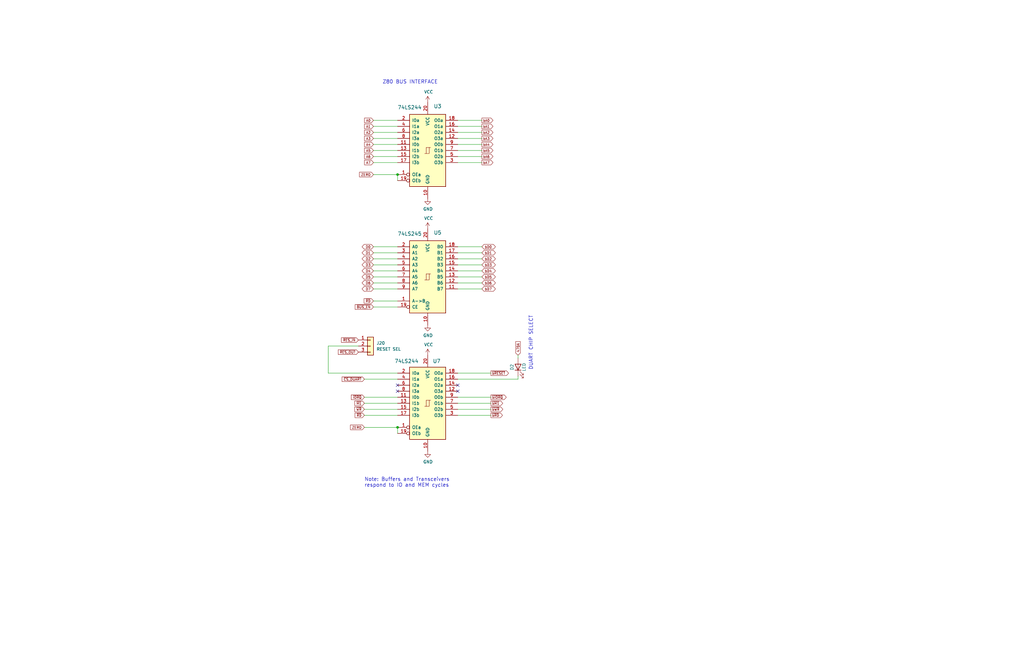
<source format=kicad_sch>
(kicad_sch (version 20211123) (generator eeschema)
  (paper "B")
  (lib_symbols
    (symbol "74xx:74LS244" (pin_names (offset 1.016))
      (property "Reference" "U" (at -7.62 16.51 0))
      (property "Value" "74LS244" (at -7.62 -16.51 0))
      (symbol "74LS244_1_0"
        (polyline (pts (xy -0.635 -1.27) (xy -0.635 1.27) (xy 0.635 1.27)))
        (polyline (pts (xy -1.27 -1.27) (xy 0.635 -1.27) (xy 0.635 1.27) (xy 1.27 1.27)))
        (pin input inverted (at -12.7 -10.16 0) (length 5.08) (name "OEa") (number "1"))
        (pin power_in line (at 0 -20.32 90) (length 5.08) (name "GND") (number "10"))
        (pin input line (at -12.7 2.54 0) (length 5.08) (name "I0b") (number "11"))
        (pin tri_state line (at 12.7 5.08 180) (length 5.08) (name "O3a") (number "12"))
        (pin input line (at -12.7 0 0) (length 5.08) (name "I1b") (number "13"))
        (pin tri_state line (at 12.7 7.62 180) (length 5.08) (name "O2a") (number "14"))
        (pin input line (at -12.7 -2.54 0) (length 5.08) (name "I2b") (number "15"))
        (pin tri_state line (at 12.7 10.16 180) (length 5.08) (name "O1a") (number "16"))
        (pin input line (at -12.7 -5.08 0) (length 5.08) (name "I3b") (number "17"))
        (pin tri_state line (at 12.7 12.7 180) (length 5.08) (name "O0a") (number "18"))
        (pin input inverted (at -12.7 -12.7 0) (length 5.08) (name "OEb") (number "19"))
        (pin input line (at -12.7 12.7 0) (length 5.08) (name "I0a") (number "2"))
        (pin power_in line (at 0 20.32 270) (length 5.08) (name "VCC") (number "20"))
        (pin tri_state line (at 12.7 -5.08 180) (length 5.08) (name "O3b") (number "3"))
        (pin input line (at -12.7 10.16 0) (length 5.08) (name "I1a") (number "4"))
        (pin tri_state line (at 12.7 -2.54 180) (length 5.08) (name "O2b") (number "5"))
        (pin input line (at -12.7 7.62 0) (length 5.08) (name "I2a") (number "6"))
        (pin tri_state line (at 12.7 0 180) (length 5.08) (name "O1b") (number "7"))
        (pin input line (at -12.7 5.08 0) (length 5.08) (name "I3a") (number "8"))
        (pin tri_state line (at 12.7 2.54 180) (length 5.08) (name "O0b") (number "9"))
      )
      (symbol "74LS244_1_1"
        (rectangle (start -7.62 15.24) (end 7.62 -15.24) (stroke (width 0.254)) (fill (type background)))
      )
    )
    (symbol "74xx:74LS245" (pin_names (offset 1.016))
      (property "Reference" "U" (at -7.62 16.51 0))
      (property "Value" "74LS245" (at -7.62 -16.51 0))
      (symbol "74LS245_1_0"
        (polyline (pts (xy -0.635 -1.27) (xy -0.635 1.27) (xy 0.635 1.27)))
        (polyline (pts (xy -1.27 -1.27) (xy 0.635 -1.27) (xy 0.635 1.27) (xy 1.27 1.27)))
        (pin input line (at -12.7 -10.16 0) (length 5.08) (name "A->B") (number "1"))
        (pin power_in line (at 0 -20.32 90) (length 5.08) (name "GND") (number "10"))
        (pin tri_state line (at 12.7 -5.08 180) (length 5.08) (name "B7") (number "11"))
        (pin tri_state line (at 12.7 -2.54 180) (length 5.08) (name "B6") (number "12"))
        (pin tri_state line (at 12.7 0 180) (length 5.08) (name "B5") (number "13"))
        (pin tri_state line (at 12.7 2.54 180) (length 5.08) (name "B4") (number "14"))
        (pin tri_state line (at 12.7 5.08 180) (length 5.08) (name "B3") (number "15"))
        (pin tri_state line (at 12.7 7.62 180) (length 5.08) (name "B2") (number "16"))
        (pin tri_state line (at 12.7 10.16 180) (length 5.08) (name "B1") (number "17"))
        (pin tri_state line (at 12.7 12.7 180) (length 5.08) (name "B0") (number "18"))
        (pin input inverted (at -12.7 -12.7 0) (length 5.08) (name "CE") (number "19"))
        (pin tri_state line (at -12.7 12.7 0) (length 5.08) (name "A0") (number "2"))
        (pin power_in line (at 0 20.32 270) (length 5.08) (name "VCC") (number "20"))
        (pin tri_state line (at -12.7 10.16 0) (length 5.08) (name "A1") (number "3"))
        (pin tri_state line (at -12.7 7.62 0) (length 5.08) (name "A2") (number "4"))
        (pin tri_state line (at -12.7 5.08 0) (length 5.08) (name "A3") (number "5"))
        (pin tri_state line (at -12.7 2.54 0) (length 5.08) (name "A4") (number "6"))
        (pin tri_state line (at -12.7 0 0) (length 5.08) (name "A5") (number "7"))
        (pin tri_state line (at -12.7 -2.54 0) (length 5.08) (name "A6") (number "8"))
        (pin tri_state line (at -12.7 -5.08 0) (length 5.08) (name "A7") (number "9"))
      )
      (symbol "74LS245_1_1"
        (rectangle (start -7.62 15.24) (end 7.62 -15.24) (stroke (width 0.254)) (fill (type background)))
      )
    )
    (symbol "Connector_Generic:Conn_01x03" (pin_names (offset 1.016) hide)
      (property "Reference" "J" (at 0 5.08 0))
      (property "Value" "Conn_01x03" (at 0 -5.08 0))
      (symbol "Conn_01x03_1_1"
        (rectangle (start -1.27 -2.413) (end 0 -2.667) (stroke (width 0.1524)))
        (rectangle (start -1.27 0.127) (end 0 -0.127) (stroke (width 0.1524)))
        (rectangle (start -1.27 2.667) (end 0 2.413) (stroke (width 0.1524)))
        (rectangle (start -1.27 3.81) (end 1.27 -3.81) (stroke (width 0.254)) (fill (type background)))
        (pin passive line (at -5.08 2.54 0) (length 3.81) (name "Pin_1") (number "1"))
        (pin passive line (at -5.08 0 0) (length 3.81) (name "Pin_2") (number "2"))
        (pin passive line (at -5.08 -2.54 0) (length 3.81) (name "Pin_3") (number "3"))
      )
    )
    (symbol "Device:LED" (pin_numbers hide) (pin_names (offset 1.016) hide)
      (property "Reference" "D" (at 0 2.54 0))
      (property "Value" "LED" (at 0 -2.54 0))
      (symbol "LED_0_1"
        (polyline (pts (xy -1.27 -1.27) (xy -1.27 1.27)) (stroke (width 0.254)))
        (polyline (pts (xy -1.27 0) (xy 1.27 0)))
        (polyline (pts (xy 1.27 -1.27) (xy 1.27 1.27) (xy -1.27 0) (xy 1.27 -1.27)) (stroke (width 0.254)))
        (polyline (pts (xy -3.048 -0.762) (xy -4.572 -2.286) (xy -3.81 -2.286) (xy -4.572 -2.286) (xy -4.572 -1.524)))
        (polyline (pts (xy -1.778 -0.762) (xy -3.302 -2.286) (xy -2.54 -2.286) (xy -3.302 -2.286) (xy -3.302 -1.524)))
      )
      (symbol "LED_1_1"
        (pin passive line (at -3.81 0 0) (length 2.54) (name "K") (number "1"))
        (pin passive line (at 3.81 0 180) (length 2.54) (name "A") (number "2"))
      )
    )
    (symbol "power:GND" (power) (pin_names (offset 0))
      (property "Value" "GND" (at 0 -3.81 0))
      (symbol "GND_0_1"
        (polyline (pts (xy 0 0) (xy 0 -1.27) (xy 1.27 -1.27) (xy 0 -2.54) (xy -1.27 -1.27) (xy 0 -1.27)))
      )
      (symbol "GND_1_1"
        (pin power_in line (at 0 0 270) (length 0) hide (name "GND") (number "1"))
      )
    )
    (symbol "power:VCC" (power) (pin_names (offset 0))
      (property "Value" "VCC" (at 0 3.81 0))
      (symbol "VCC_0_1"
        (polyline (pts (xy -0.762 1.27) (xy 0 2.54)))
        (polyline (pts (xy 0 0) (xy 0 2.54)))
        (polyline (pts (xy 0 2.54) (xy 0.762 1.27)))
      )
      (symbol "VCC_1_1"
        (pin power_in line (at 0 0 90) (length 0) hide (name "VCC") (number "1"))
      )
    )
  )
  (junction (at 167.64 73.66))
  (junction (at 167.64 180.34))
  (no_connect (at 167.64 165.1))
  (no_connect (at 193.04 165.1))
  (no_connect (at 193.04 162.56))
  (no_connect (at 167.64 162.56))
  (wire (pts (xy 193.04 175.26) (xy 207.01 175.26)))
  (wire (pts (xy 138.43 146.05) (xy 138.43 157.48)))
  (wire (pts (xy 157.48 53.34) (xy 167.64 53.34)))
  (wire (pts (xy 157.48 55.88) (xy 167.64 55.88)))
  (wire (pts (xy 193.04 109.22) (xy 203.2 109.22)))
  (wire (pts (xy 193.04 66.04) (xy 203.2 66.04)))
  (wire (pts (xy 193.04 68.58) (xy 203.2 68.58)))
  (wire (pts (xy 153.67 175.26) (xy 167.64 175.26)))
  (wire (pts (xy 153.67 172.72) (xy 167.64 172.72)))
  (wire (pts (xy 193.04 119.38) (xy 203.2 119.38)))
  (wire (pts (xy 193.04 160.02) (xy 218.44 160.02)))
  (wire (pts (xy 157.48 111.76) (xy 167.64 111.76)))
  (wire (pts (xy 193.04 116.84) (xy 203.2 116.84)))
  (wire (pts (xy 193.04 60.96) (xy 203.2 60.96)))
  (wire (pts (xy 193.04 50.8) (xy 203.2 50.8)))
  (wire (pts (xy 167.64 180.34) (xy 167.64 182.88)))
  (wire (pts (xy 193.04 170.18) (xy 207.01 170.18)))
  (wire (pts (xy 157.48 58.42) (xy 167.64 58.42)))
  (wire (pts (xy 193.04 157.48) (xy 207.01 157.48)))
  (wire (pts (xy 193.04 63.5) (xy 203.2 63.5)))
  (wire (pts (xy 153.67 167.64) (xy 167.64 167.64)))
  (wire (pts (xy 157.48 121.92) (xy 167.64 121.92)))
  (wire (pts (xy 193.04 53.34) (xy 203.2 53.34)))
  (wire (pts (xy 157.48 63.5) (xy 167.64 63.5)))
  (wire (pts (xy 193.04 58.42) (xy 203.2 58.42)))
  (wire (pts (xy 153.67 180.34) (xy 167.64 180.34)))
  (wire (pts (xy 193.04 106.68) (xy 203.2 106.68)))
  (wire (pts (xy 157.48 104.14) (xy 167.64 104.14)))
  (wire (pts (xy 218.44 151.13) (xy 218.44 149.86)))
  (wire (pts (xy 157.48 109.22) (xy 167.64 109.22)))
  (wire (pts (xy 193.04 104.14) (xy 203.2 104.14)))
  (wire (pts (xy 193.04 111.76) (xy 203.2 111.76)))
  (wire (pts (xy 193.04 114.3) (xy 203.2 114.3)))
  (wire (pts (xy 193.04 55.88) (xy 203.2 55.88)))
  (wire (pts (xy 157.48 127) (xy 167.64 127)))
  (wire (pts (xy 153.67 160.02) (xy 167.64 160.02)))
  (wire (pts (xy 218.44 160.02) (xy 218.44 158.75)))
  (wire (pts (xy 153.67 170.18) (xy 167.64 170.18)))
  (wire (pts (xy 193.04 121.92) (xy 203.2 121.92)))
  (wire (pts (xy 157.48 106.68) (xy 167.64 106.68)))
  (wire (pts (xy 157.48 119.38) (xy 167.64 119.38)))
  (wire (pts (xy 157.48 50.8) (xy 167.64 50.8)))
  (wire (pts (xy 157.48 68.58) (xy 167.64 68.58)))
  (wire (pts (xy 138.43 157.48) (xy 167.64 157.48)))
  (wire (pts (xy 193.04 172.72) (xy 207.01 172.72)))
  (wire (pts (xy 167.64 76.2) (xy 167.64 73.66)))
  (wire (pts (xy 157.48 66.04) (xy 167.64 66.04)))
  (wire (pts (xy 157.48 116.84) (xy 167.64 116.84)))
  (wire (pts (xy 157.48 114.3) (xy 167.64 114.3)))
  (wire (pts (xy 193.04 167.64) (xy 207.01 167.64)))
  (wire (pts (xy 157.48 129.54) (xy 167.64 129.54)))
  (wire (pts (xy 157.48 73.66) (xy 167.64 73.66)))
  (wire (pts (xy 138.43 146.05) (xy 151.13 146.05)))
  (wire (pts (xy 157.48 60.96) (xy 167.64 60.96)))
  (text "DUART CHIP SELECT" (at 224.79 156.21 90) (effects (font (size 1.524 1.524)) (justify left bottom)))
  (text "Note: Buffers and Transceivers\nrespond to IO and MEM cycles" (at 153.67 205.74 0) (effects (font (size 1.524 1.524)) (justify left bottom)))
  (text "Z80 BUS INTERFACE" (at 161.29 35.56 0) (effects (font (size 1.524 1.524)) (justify left bottom)))
  (global_label "bA4" (shape output) (at 203.2 60.96 0) (effects (font (size 1.016 1.016))) (property "Intersheet References" "${INTERSHEET_REFS}" (effects hide)))
  (global_label "D1" (shape bidirectional) (at 157.48 106.68 180) (effects (font (size 1.016 1.016))) (property "Intersheet References" "${INTERSHEET_REFS}" (effects hide)))
  (global_label "bA2" (shape output) (at 203.2 55.88 0) (effects (font (size 1.016 1.016))) (property "Intersheet References" "${INTERSHEET_REFS}" (effects hide)))
  (global_label "A6" (shape input) (at 157.48 66.04 180) (effects (font (size 1.016 1.016))) (property "Intersheet References" "${INTERSHEET_REFS}" (effects hide)))
  (global_label "ZERO" (shape input) (at 157.48 73.66 180) (effects (font (size 1.016 1.016))) (property "Intersheet References" "${INTERSHEET_REFS}" (effects hide)))
  (global_label "A2" (shape input) (at 157.48 55.88 180) (effects (font (size 1.016 1.016))) (property "Intersheet References" "${INTERSHEET_REFS}" (effects hide)))
  (global_label "~{bRESET}" (shape output) (at 207.01 157.48 0) (effects (font (size 1.016 1.016))) (property "Intersheet References" "${INTERSHEET_REFS}" (effects hide)))
  (global_label "~{BUS_EN}" (shape input) (at 157.48 129.54 180) (effects (font (size 1.016 1.016))) (property "Intersheet References" "${INTERSHEET_REFS}" (effects hide)))
  (global_label "bD1" (shape bidirectional) (at 203.2 106.68 0) (effects (font (size 1.016 1.016))) (property "Intersheet References" "${INTERSHEET_REFS}" (effects hide)))
  (global_label "~{WR}" (shape input) (at 153.67 172.72 180) (effects (font (size 1.016 1.016))) (property "Intersheet References" "${INTERSHEET_REFS}" (effects hide)))
  (global_label "~{RD}" (shape input) (at 157.48 127 180) (effects (font (size 1.016 1.016))) (property "Intersheet References" "${INTERSHEET_REFS}" (effects hide)))
  (global_label "bA5" (shape output) (at 203.2 63.5 0) (effects (font (size 1.016 1.016))) (property "Intersheet References" "${INTERSHEET_REFS}" (effects hide)))
  (global_label "D7" (shape bidirectional) (at 157.48 121.92 180) (effects (font (size 1.016 1.016))) (property "Intersheet References" "${INTERSHEET_REFS}" (effects hide)))
  (global_label "470A" (shape input) (at 218.44 149.86 90) (effects (font (size 1.016 1.016))) (property "Intersheet References" "${INTERSHEET_REFS}" (effects hide)))
  (global_label "A7" (shape input) (at 157.48 68.58 180) (effects (font (size 1.016 1.016))) (property "Intersheet References" "${INTERSHEET_REFS}" (effects hide)))
  (global_label "A3" (shape input) (at 157.48 58.42 180) (effects (font (size 1.016 1.016))) (property "Intersheet References" "${INTERSHEET_REFS}" (effects hide)))
  (global_label "D4" (shape bidirectional) (at 157.48 114.3 180) (effects (font (size 1.016 1.016))) (property "Intersheet References" "${INTERSHEET_REFS}" (effects hide)))
  (global_label "~{M1}" (shape input) (at 153.67 170.18 180) (effects (font (size 1.016 1.016))) (property "Intersheet References" "${INTERSHEET_REFS}" (effects hide)))
  (global_label "bD4" (shape bidirectional) (at 203.2 114.3 0) (effects (font (size 1.016 1.016))) (property "Intersheet References" "${INTERSHEET_REFS}" (effects hide)))
  (global_label "D5" (shape bidirectional) (at 157.48 116.84 180) (effects (font (size 1.016 1.016))) (property "Intersheet References" "${INTERSHEET_REFS}" (effects hide)))
  (global_label "bD0" (shape bidirectional) (at 203.2 104.14 0) (effects (font (size 1.016 1.016))) (property "Intersheet References" "${INTERSHEET_REFS}" (effects hide)))
  (global_label "D0" (shape bidirectional) (at 157.48 104.14 180) (effects (font (size 1.016 1.016))) (property "Intersheet References" "${INTERSHEET_REFS}" (effects hide)))
  (global_label "A1" (shape input) (at 157.48 53.34 180) (effects (font (size 1.016 1.016))) (property "Intersheet References" "${INTERSHEET_REFS}" (effects hide)))
  (global_label "bA3" (shape output) (at 203.2 58.42 0) (effects (font (size 1.016 1.016))) (property "Intersheet References" "${INTERSHEET_REFS}" (effects hide)))
  (global_label "bD7" (shape bidirectional) (at 203.2 121.92 0) (effects (font (size 1.016 1.016))) (property "Intersheet References" "${INTERSHEET_REFS}" (effects hide)))
  (global_label "~{bWR}" (shape output) (at 207.01 172.72 0) (effects (font (size 1.016 1.016))) (property "Intersheet References" "${INTERSHEET_REFS}" (effects hide)))
  (global_label "bA7" (shape output) (at 203.2 68.58 0) (effects (font (size 1.016 1.016))) (property "Intersheet References" "${INTERSHEET_REFS}" (effects hide)))
  (global_label "D3" (shape bidirectional) (at 157.48 111.76 180) (effects (font (size 1.016 1.016))) (property "Intersheet References" "${INTERSHEET_REFS}" (effects hide)))
  (global_label "bD5" (shape bidirectional) (at 203.2 116.84 0) (effects (font (size 1.016 1.016))) (property "Intersheet References" "${INTERSHEET_REFS}" (effects hide)))
  (global_label "~{bM1}" (shape output) (at 207.01 170.18 0) (effects (font (size 1.016 1.016))) (property "Intersheet References" "${INTERSHEET_REFS}" (effects hide)))
  (global_label "ZERO" (shape input) (at 153.67 180.34 180) (effects (font (size 1.016 1.016))) (property "Intersheet References" "${INTERSHEET_REFS}" (effects hide)))
  (global_label "A0" (shape input) (at 157.48 50.8 180) (effects (font (size 1.016 1.016))) (property "Intersheet References" "${INTERSHEET_REFS}" (effects hide)))
  (global_label "~{RES_IN}" (shape input) (at 151.13 143.51 180) (effects (font (size 1.016 1.016))) (property "Intersheet References" "${INTERSHEET_REFS}" (effects hide)))
  (global_label "bA1" (shape output) (at 203.2 53.34 0) (effects (font (size 1.016 1.016))) (property "Intersheet References" "${INTERSHEET_REFS}" (effects hide)))
  (global_label "~{RES_OUT}" (shape input) (at 151.13 148.59 180) (effects (font (size 1.016 1.016))) (property "Intersheet References" "${INTERSHEET_REFS}" (effects hide)))
  (global_label "A5" (shape input) (at 157.48 63.5 180) (effects (font (size 1.016 1.016))) (property "Intersheet References" "${INTERSHEET_REFS}" (effects hide)))
  (global_label "A4" (shape input) (at 157.48 60.96 180) (effects (font (size 1.016 1.016))) (property "Intersheet References" "${INTERSHEET_REFS}" (effects hide)))
  (global_label "~{RD}" (shape input) (at 153.67 175.26 180) (effects (font (size 1.016 1.016))) (property "Intersheet References" "${INTERSHEET_REFS}" (effects hide)))
  (global_label "bD2" (shape bidirectional) (at 203.2 109.22 0) (effects (font (size 1.016 1.016))) (property "Intersheet References" "${INTERSHEET_REFS}" (effects hide)))
  (global_label "D2" (shape bidirectional) (at 157.48 109.22 180) (effects (font (size 1.016 1.016))) (property "Intersheet References" "${INTERSHEET_REFS}" (effects hide)))
  (global_label "bD6" (shape bidirectional) (at 203.2 119.38 0) (effects (font (size 1.016 1.016))) (property "Intersheet References" "${INTERSHEET_REFS}" (effects hide)))
  (global_label "bD3" (shape bidirectional) (at 203.2 111.76 0) (effects (font (size 1.016 1.016))) (property "Intersheet References" "${INTERSHEET_REFS}" (effects hide)))
  (global_label "~{bIORQ}" (shape output) (at 207.01 167.64 0) (effects (font (size 1.016 1.016))) (property "Intersheet References" "${INTERSHEET_REFS}" (effects hide)))
  (global_label "~{IORQ}" (shape input) (at 153.67 167.64 180) (effects (font (size 1.016 1.016))) (property "Intersheet References" "${INTERSHEET_REFS}" (effects hide)))
  (global_label "bA0" (shape output) (at 203.2 50.8 0) (effects (font (size 1.016 1.016))) (property "Intersheet References" "${INTERSHEET_REFS}" (effects hide)))
  (global_label "~{bRD}" (shape output) (at 207.01 175.26 0) (effects (font (size 1.016 1.016))) (property "Intersheet References" "${INTERSHEET_REFS}" (effects hide)))
  (global_label "bA6" (shape output) (at 203.2 66.04 0) (effects (font (size 1.016 1.016))) (property "Intersheet References" "${INTERSHEET_REFS}" (effects hide)))
  (global_label "D6" (shape bidirectional) (at 157.48 119.38 180) (effects (font (size 1.016 1.016))) (property "Intersheet References" "${INTERSHEET_REFS}" (effects hide)))
  (global_label "~{CS_DUART}" (shape input) (at 153.67 160.02 180) (effects (font (size 1.016 1.016))) (property "Intersheet References" "${INTERSHEET_REFS}" (effects hide)))
  (symbol (lib_id "74xx:74LS245") (at 180.34 116.84 0) (unit 1)
    (property "Reference" "U5" (at 182.88 99.06 0) (effects (font (size 1.524 1.524)) (justify left bottom)))
    (property "Value" "74LS245" (at 167.64 97.79 0) (effects (font (size 1.524 1.524)) (justify left top)))
    (property "Footprint" "Package_DIP:DIP-20_W7.62mm" (effects hide))
    (property "Datasheet" "http://www.ti.com/lit/gpn/sn74LS245" (effects hide))
  )
  (symbol (lib_id "power:VCC") (at 180.34 43.18 0) (unit 1)
    (property "Reference" "#PWR06" (effects hide))
    (property "Value" "VCC" (at 180.721 38.7858 0))
  )
  (symbol (lib_id "power:GND") (at 180.34 83.82 0) (unit 1)
    (property "Reference" "#PWR08" (effects hide))
    (property "Value" "GND" (at 180.467 88.2142 0))
  )
  (symbol (lib_id "power:VCC") (at 180.34 96.52 0) (unit 1)
    (property "Reference" "#PWR010" (effects hide))
    (property "Value" "VCC" (at 180.721 92.1258 0))
  )
  (symbol (lib_id "power:VCC") (at 180.34 149.86 0) (unit 1)
    (property "Reference" "#PWR025" (effects hide))
    (property "Value" "VCC" (at 180.721 145.4658 0))
  )
  (symbol (lib_id "Device:LED") (at 218.44 154.94 90) (unit 1)
    (property "Reference" "D2" (at 215.9 154.94 0))
    (property "Value" "LED" (at 220.98 154.94 0))
    (property "Footprint" "LED_THT:LED_D3.0mm_Horizontal_O3.81mm_Z2.0mm" (effects hide))
  )
  (symbol (lib_id "power:GND") (at 180.34 137.16 0) (unit 1)
    (property "Reference" "#PWR019" (effects hide))
    (property "Value" "GND" (at 180.467 141.5542 0))
  )
  (symbol (lib_id "power:GND") (at 180.34 190.5 0) (unit 1)
    (property "Reference" "#PWR028" (effects hide))
    (property "Value" "GND" (at 180.467 194.8942 0))
  )
  (symbol (lib_id "74xx:74LS244") (at 180.34 170.18 0) (unit 1)
    (property "Reference" "U7" (at 184.15 152.4 0) (effects (font (size 1.524 1.524))))
    (property "Value" "74LS244" (at 171.45 152.4 0) (effects (font (size 1.524 1.524))))
    (property "Footprint" "Package_DIP:DIP-20_W7.62mm" (effects hide))
    (property "Datasheet" "http://www.ti.com/lit/ds/symlink/sn74ls244.pdf" (effects hide))
  )
  (symbol (lib_id "74xx:74LS244") (at 180.34 63.5 0) (unit 1)
    (property "Reference" "U3" (at 182.88 45.72 0) (effects (font (size 1.524 1.524)) (justify left bottom)))
    (property "Value" "74LS244" (at 167.64 44.45 0) (effects (font (size 1.524 1.524)) (justify left top)))
    (property "Footprint" "Package_DIP:DIP-20_W7.62mm" (effects hide))
    (property "Datasheet" "http://www.ti.com/lit/ds/symlink/sn74ls244.pdf" (effects hide))
  )
  (symbol (lib_id "Connector_Generic:Conn_01x03") (at 156.21 146.05 0) (unit 1)
    (property "Reference" "J20" (at 158.75 144.7799 0) (effects (justify left)))
    (property "Value" "RESET SEL" (at 158.75 147.3199 0) (effects (justify left)))
    (property "Footprint" "Connector_PinHeader_2.54mm:PinHeader_1x03_P2.54mm_Vertical" (effects hide))
  )
)
</source>
